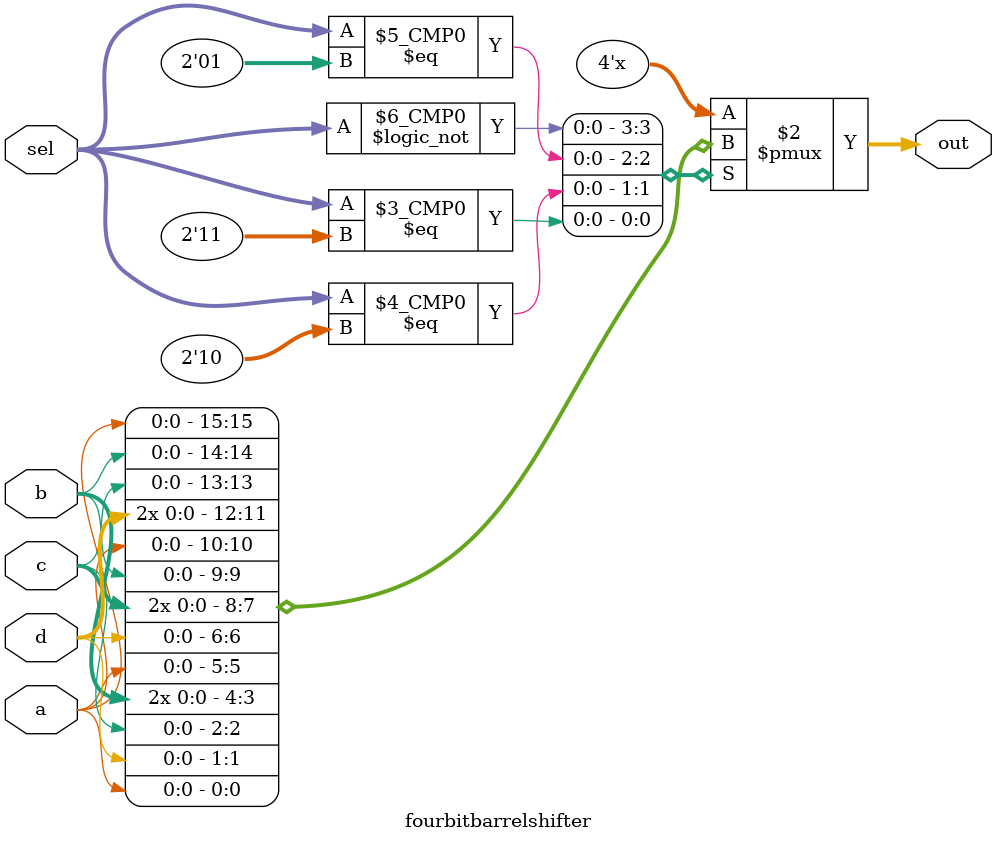
<source format=v>
`timescale 1ns / 1ps


module fourbitbarrelshifter(a, b, c, d, sel, out);
  input a, b, c, d;
  input [1:0] sel;
  output reg [3:0] out;  // Correct bit order

  always @(*) begin  // Correct sensitivity list
    case (sel)
      2'b00: out = {a, b, c, d};  // No shift
      2'b01: out = {d, a, b, c};  // 1-bit left rotate
      2'b10: out = {c, d, a, b};  // 2-bit left rotate
      2'b11: out = {b, c, d, a};  // 3-bit left rotate
      default: out = 4'bzzzz;      // High impedance state
    endcase
  end
endmodule


</source>
